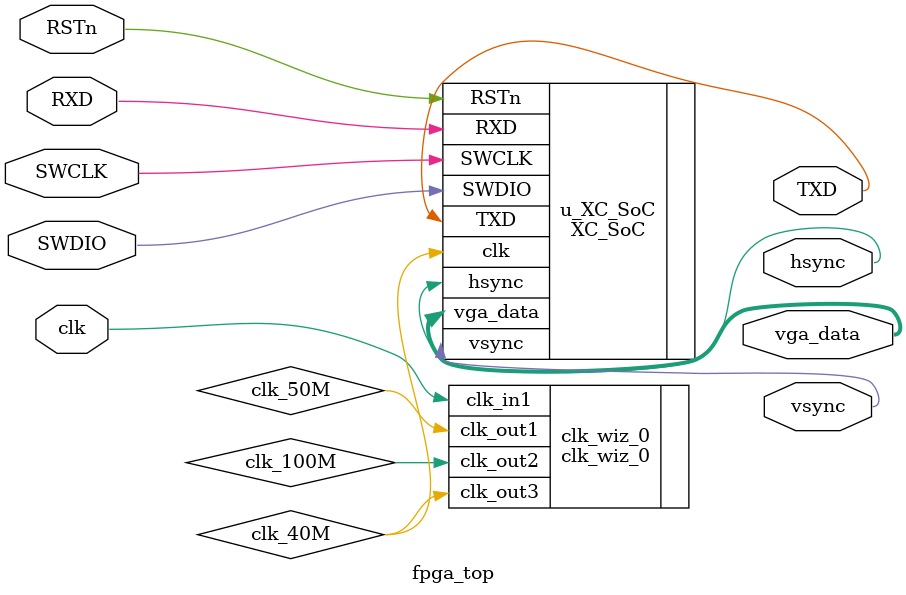
<source format=v>
module fpga_top (input wire clk,
                 input wire RSTn,
                 inout wire SWDIO,
                 input wire SWCLK,
                 output wire TXD,
                 input wire RXD,
                 output wire vsync,
                 output wire hsync,
                 output wire [8:0] vga_data);
    
    wire 	clk_50M;
    wire 	clk_100M;
    wire 	clk_40M;
    
    clk_wiz_0  clk_wiz_0 (
    .clk_out1          (clk_50M),
    .clk_out2          (clk_100M),
    .clk_out3          (clk_40M),
    .clk_in1           (clk)
    );
    XC_SoC u_XC_SoC(
    .clk      (clk_40M),
    .RSTn     (RSTn),
    .SWDIO    (SWDIO),
    .SWCLK    (SWCLK),
    .TXD      (TXD),
    .RXD      (RXD),
    .vsync    (vsync),
    .hsync    (hsync),
    .vga_data (vga_data)
    );
    
    
endmodule

</source>
